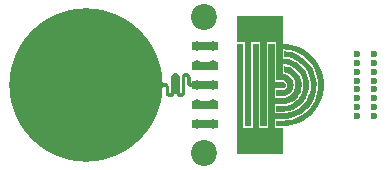
<source format=gbr>
%TF.GenerationSoftware,KiCad,Pcbnew,(5.1.10)-1*%
%TF.CreationDate,2021-10-06T18:23:09-05:00*%
%TF.ProjectId,Flex_02,466c6578-5f30-4322-9e6b-696361645f70,rev?*%
%TF.SameCoordinates,Original*%
%TF.FileFunction,Copper,L1,Top*%
%TF.FilePolarity,Positive*%
%FSLAX46Y46*%
G04 Gerber Fmt 4.6, Leading zero omitted, Abs format (unit mm)*
G04 Created by KiCad (PCBNEW (5.1.10)-1) date 2021-10-06 18:23:09*
%MOMM*%
%LPD*%
G01*
G04 APERTURE LIST*
%TA.AperFunction,ComponentPad*%
%ADD10C,13.000000*%
%TD*%
%TA.AperFunction,ComponentPad*%
%ADD11C,2.200000*%
%TD*%
%TA.AperFunction,ComponentPad*%
%ADD12C,1.000000*%
%TD*%
%TA.AperFunction,ComponentPad*%
%ADD13C,0.600000*%
%TD*%
%TA.AperFunction,ComponentPad*%
%ADD14R,2.200000X0.800000*%
%TD*%
%TA.AperFunction,SMDPad,CuDef*%
%ADD15C,0.100000*%
%TD*%
%TA.AperFunction,ViaPad*%
%ADD16C,0.800000*%
%TD*%
G04 APERTURE END LIST*
D10*
%TO.P,REF\u002A\u002A,#*%
%TO.N,N/C*%
X142568100Y-106142180D03*
D11*
X152568100Y-111892180D03*
X152568100Y-100392180D03*
D12*
X158368100Y-110892180D03*
X158368100Y-101392180D03*
D13*
X165518100Y-108767180D03*
X165518100Y-108017180D03*
X165518100Y-107267180D03*
X165518100Y-106517180D03*
X165518100Y-105767180D03*
X165518100Y-105017180D03*
X165518100Y-104267180D03*
X165518100Y-103517180D03*
X166918100Y-108767180D03*
X166918100Y-108017180D03*
X166918100Y-107267180D03*
X166918100Y-106517180D03*
X166918100Y-105767180D03*
X166918100Y-105017180D03*
X166918100Y-104267180D03*
X166918100Y-103517180D03*
D12*
X156368100Y-110892180D03*
X156368100Y-101392180D03*
D14*
X152668100Y-109442180D03*
X152668100Y-107792180D03*
X152668100Y-106142180D03*
X152668100Y-104492180D03*
X152668100Y-102842180D03*
%TA.AperFunction,SMDPad,CuDef*%
D15*
G36*
X149268100Y-105990180D02*
G01*
X149377100Y-106007180D01*
X149474100Y-106057180D01*
X149552100Y-106134180D01*
X149601100Y-106232180D01*
X149618100Y-106340180D01*
X149618100Y-106791180D01*
X149633100Y-106826180D01*
X149668100Y-106841180D01*
X149718100Y-106841180D01*
X149754100Y-106826180D01*
X149768100Y-106791180D01*
X149768100Y-105491180D01*
X149786100Y-105383180D01*
X149835100Y-105285180D01*
X149913100Y-105208180D01*
X150010100Y-105158180D01*
X150118100Y-105141180D01*
X150168100Y-105141180D01*
X150277100Y-105158180D01*
X150374100Y-105208180D01*
X150452100Y-105285180D01*
X150501100Y-105383180D01*
X150518100Y-105491180D01*
X150518100Y-106791180D01*
X150533100Y-106826180D01*
X150568100Y-106841180D01*
X150618100Y-106841180D01*
X150654100Y-106826180D01*
X150668100Y-106791180D01*
X150668100Y-105491180D01*
X150686100Y-105383180D01*
X150735100Y-105285180D01*
X150813100Y-105208180D01*
X150910100Y-105158180D01*
X151018100Y-105141180D01*
X151068100Y-105141180D01*
X151177100Y-105158180D01*
X151274100Y-105208180D01*
X151352100Y-105285180D01*
X151401100Y-105383180D01*
X151418100Y-105491180D01*
X151418100Y-105942180D01*
X151433100Y-105977180D01*
X151468100Y-105992180D01*
X151601100Y-105992180D01*
X151666100Y-106007180D01*
X151718100Y-106048180D01*
X151747100Y-106109180D01*
X151747100Y-106175180D01*
X151718100Y-106236180D01*
X151666100Y-106277180D01*
X151601100Y-106292180D01*
X151468100Y-106292180D01*
X151360100Y-106275180D01*
X151263100Y-106225180D01*
X151185100Y-106148180D01*
X151136100Y-106050180D01*
X151118100Y-105942180D01*
X151118100Y-105491180D01*
X151104100Y-105456180D01*
X151068100Y-105441180D01*
X151018100Y-105441180D01*
X150983100Y-105456180D01*
X150968100Y-105491180D01*
X150968100Y-106791180D01*
X150951100Y-106899180D01*
X150902100Y-106997180D01*
X150824100Y-107074180D01*
X150727100Y-107124180D01*
X150618100Y-107141180D01*
X150568100Y-107141180D01*
X150460100Y-107124180D01*
X150363100Y-107074180D01*
X150285100Y-106997180D01*
X150236100Y-106899180D01*
X150218100Y-106791180D01*
X150218100Y-105491180D01*
X150204100Y-105456180D01*
X150168100Y-105441180D01*
X150118100Y-105441180D01*
X150083100Y-105456180D01*
X150068100Y-105491180D01*
X150068100Y-106791180D01*
X150051100Y-106899180D01*
X150002100Y-106997180D01*
X149924100Y-107074180D01*
X149827100Y-107124180D01*
X149718100Y-107141180D01*
X149668100Y-107141180D01*
X149560100Y-107124180D01*
X149463100Y-107074180D01*
X149385100Y-106997180D01*
X149336100Y-106899180D01*
X149318100Y-106791180D01*
X149318100Y-106340180D01*
X149304100Y-106304180D01*
X149268100Y-106290180D01*
X149006100Y-106290180D01*
X149006100Y-105990180D01*
X149268100Y-105990180D01*
G37*
%TD.AperFunction*%
%TA.AperFunction,SMDPad,CuDef*%
G36*
X159218100Y-100292180D02*
G01*
X159218100Y-102642180D01*
X159584100Y-102661180D01*
X159946100Y-102718180D01*
X160300100Y-102813180D01*
X160642100Y-102945180D01*
X160968100Y-103111180D01*
X161275100Y-103310180D01*
X161560100Y-103541180D01*
X161819100Y-103800180D01*
X162050100Y-104085180D01*
X162249100Y-104392180D01*
X162415100Y-104718180D01*
X162547100Y-105060180D01*
X162642100Y-105414180D01*
X162699100Y-105776180D01*
X162718100Y-106142180D01*
X162699100Y-106508180D01*
X162642100Y-106870180D01*
X162547100Y-107224180D01*
X162415100Y-107566180D01*
X162249100Y-107892180D01*
X162050100Y-108199180D01*
X161819100Y-108484180D01*
X161560100Y-108743180D01*
X161275100Y-108974180D01*
X160968100Y-109173180D01*
X160642100Y-109339180D01*
X160300100Y-109471180D01*
X159946100Y-109566180D01*
X159584100Y-109623180D01*
X159218100Y-109642180D01*
X158693100Y-109642180D01*
X158693100Y-109163180D01*
X159218100Y-109163180D01*
X159556100Y-109144180D01*
X159890100Y-109087180D01*
X160216100Y-108993180D01*
X160529100Y-108864180D01*
X160825100Y-108700180D01*
X161101100Y-108504180D01*
X161354100Y-108278180D01*
X161580100Y-108025180D01*
X161776100Y-107749180D01*
X161940100Y-107453180D01*
X162069100Y-107140180D01*
X162163100Y-106814180D01*
X162220100Y-106480180D01*
X162239100Y-106142180D01*
X162220100Y-105804180D01*
X162163100Y-105470180D01*
X162069100Y-105144180D01*
X161940100Y-104831180D01*
X161776100Y-104535180D01*
X161580100Y-104259180D01*
X161354100Y-104006180D01*
X161101100Y-103780180D01*
X160825100Y-103584180D01*
X160529100Y-103420180D01*
X160216100Y-103291180D01*
X159890100Y-103197180D01*
X159556100Y-103140180D01*
X159218100Y-103121180D01*
X159218100Y-103900180D01*
X159511100Y-103920180D01*
X159798100Y-103977180D01*
X160076100Y-104071180D01*
X160339100Y-104201180D01*
X160583100Y-104364180D01*
X160803100Y-104557180D01*
X160996100Y-104777180D01*
X161159100Y-105021180D01*
X161289100Y-105284180D01*
X161383100Y-105562180D01*
X161440100Y-105849180D01*
X161460100Y-106142180D01*
X161440100Y-106435180D01*
X161383100Y-106722180D01*
X161289100Y-107000180D01*
X161159100Y-107263180D01*
X160996100Y-107507180D01*
X160803100Y-107727180D01*
X160583100Y-107920180D01*
X160339100Y-108083180D01*
X160076100Y-108213180D01*
X159798100Y-108307180D01*
X159511100Y-108364180D01*
X159218100Y-108384180D01*
X158693100Y-108384180D01*
X158693100Y-107905180D01*
X159218100Y-107905180D01*
X159481100Y-107885180D01*
X159738100Y-107826180D01*
X159983100Y-107730180D01*
X160211100Y-107598180D01*
X160417100Y-107434180D01*
X160596100Y-107241180D01*
X160744100Y-107023180D01*
X160859100Y-106786180D01*
X160936100Y-106534180D01*
X160976100Y-106274180D01*
X160976100Y-106010180D01*
X160936100Y-105750180D01*
X160859100Y-105498180D01*
X160744100Y-105261180D01*
X160596100Y-105043180D01*
X160417100Y-104850180D01*
X160211100Y-104686180D01*
X159983100Y-104554180D01*
X159738100Y-104458180D01*
X159481100Y-104399180D01*
X159218100Y-104379180D01*
X159218100Y-105204180D01*
X159401100Y-105223180D01*
X159577100Y-105276180D01*
X159739100Y-105362180D01*
X159881100Y-105479180D01*
X159998100Y-105621180D01*
X160084100Y-105783180D01*
X160137100Y-105959180D01*
X160155100Y-106142180D01*
X160137100Y-106325180D01*
X160084100Y-106501180D01*
X159998100Y-106663180D01*
X159881100Y-106805180D01*
X159739100Y-106922180D01*
X159577100Y-107008180D01*
X159401100Y-107061180D01*
X159218100Y-107080180D01*
X158693100Y-107080180D01*
X158693100Y-106555180D01*
X159218100Y-106555180D01*
X159334100Y-106538180D01*
X159441100Y-106489180D01*
X159530100Y-106412180D01*
X159593100Y-106313180D01*
X159626100Y-106201180D01*
X159626100Y-106083180D01*
X159593100Y-105971180D01*
X159530100Y-105872180D01*
X159441100Y-105795180D01*
X159334100Y-105746180D01*
X159218100Y-105729180D01*
X158693100Y-105729180D01*
X158693100Y-102492180D01*
X157868100Y-102492180D01*
X157868100Y-109642180D01*
X157343100Y-109642180D01*
X157343100Y-102492180D01*
X156518100Y-102492180D01*
X156518100Y-109642180D01*
X155993100Y-109642180D01*
X155993100Y-102492180D01*
X155318100Y-102492180D01*
X155318100Y-100292180D01*
X159218100Y-100292180D01*
G37*
%TD.AperFunction*%
%TA.AperFunction,SMDPad,CuDef*%
G36*
X155843100Y-102642180D02*
G01*
X155843100Y-109792180D01*
X156668100Y-109792180D01*
X156668100Y-102642180D01*
X157193100Y-102642180D01*
X157193100Y-109792180D01*
X158018100Y-109792180D01*
X158018100Y-102642180D01*
X158543100Y-102642180D01*
X158543100Y-105880180D01*
X159218100Y-105880180D01*
X159308100Y-105895180D01*
X159387100Y-105941180D01*
X159445100Y-106011180D01*
X159477100Y-106096180D01*
X159477100Y-106188180D01*
X159445100Y-106273180D01*
X159387100Y-106343180D01*
X159308100Y-106389180D01*
X159218100Y-106405180D01*
X158543100Y-106405180D01*
X158543100Y-107230180D01*
X159218100Y-107230180D01*
X159421100Y-107210180D01*
X159617100Y-107154180D01*
X159799100Y-107062180D01*
X159960100Y-106937180D01*
X160095100Y-106785180D01*
X160200100Y-106610180D01*
X160270100Y-106418180D01*
X160303100Y-106217180D01*
X160298100Y-106013180D01*
X160255100Y-105814180D01*
X160176100Y-105626180D01*
X160063100Y-105457180D01*
X159920100Y-105311180D01*
X159752100Y-105195180D01*
X159566100Y-105112180D01*
X159368100Y-105065180D01*
X159368100Y-104536180D01*
X159610100Y-104578180D01*
X159843100Y-104656180D01*
X160061100Y-104768180D01*
X160260100Y-104912180D01*
X160435100Y-105084180D01*
X160582100Y-105281180D01*
X160696100Y-105498180D01*
X160777100Y-105730180D01*
X160821100Y-105972180D01*
X160829100Y-106217180D01*
X160799100Y-106461180D01*
X160732100Y-106697180D01*
X160630100Y-106921180D01*
X160496100Y-107126180D01*
X160331100Y-107308180D01*
X160141100Y-107464180D01*
X159930100Y-107589180D01*
X159702100Y-107680180D01*
X159463100Y-107736180D01*
X159218100Y-107755180D01*
X158543100Y-107755180D01*
X158543100Y-108534180D01*
X159218100Y-108534180D01*
X159524100Y-108514180D01*
X159825100Y-108455180D01*
X160116100Y-108359180D01*
X160392100Y-108226180D01*
X160649100Y-108058180D01*
X160882100Y-107859180D01*
X161088100Y-107632180D01*
X161264100Y-107381180D01*
X161405100Y-107109180D01*
X161511100Y-106821180D01*
X161579100Y-106522180D01*
X161608100Y-106217180D01*
X161598100Y-105911180D01*
X161549100Y-105608180D01*
X161462100Y-105314180D01*
X161337100Y-105034180D01*
X161178100Y-104772180D01*
X160987100Y-104532180D01*
X160766100Y-104319180D01*
X160520100Y-104136180D01*
X160253100Y-103986180D01*
X159969100Y-103871180D01*
X159672100Y-103794180D01*
X159368100Y-103755180D01*
X159368100Y-103275180D01*
X159694100Y-103311180D01*
X160014100Y-103384180D01*
X160324100Y-103493180D01*
X160619100Y-103636180D01*
X160896100Y-103813180D01*
X161151100Y-104020180D01*
X161381100Y-104254180D01*
X161582100Y-104514180D01*
X161753100Y-104794180D01*
X161890100Y-105092180D01*
X161992100Y-105404180D01*
X162059100Y-105726180D01*
X162087100Y-106053180D01*
X162079100Y-106381180D01*
X162033100Y-106706180D01*
X161950100Y-107024180D01*
X161832100Y-107330180D01*
X161679100Y-107621180D01*
X161494100Y-107892180D01*
X161279100Y-108140180D01*
X161038100Y-108362180D01*
X160772100Y-108556180D01*
X160487100Y-108717180D01*
X160184100Y-108845180D01*
X159869100Y-108938180D01*
X159546100Y-108994180D01*
X159218100Y-109013180D01*
X158543100Y-109013180D01*
X158543100Y-109792180D01*
X159218100Y-109792180D01*
X159218100Y-111992180D01*
X155318100Y-111992180D01*
X155318100Y-102642180D01*
X155843100Y-102642180D01*
G37*
%TD.AperFunction*%
%TD*%
D16*
%TO.N,*%
X151948100Y-102822180D03*
X153338100Y-102812180D03*
X151968100Y-104482180D03*
X153358100Y-104472180D03*
X153328100Y-106122180D03*
X151938100Y-106132180D03*
X153348100Y-107752180D03*
X151958100Y-107762180D03*
X151938100Y-109432180D03*
X153328100Y-109422180D03*
%TD*%
M02*

</source>
